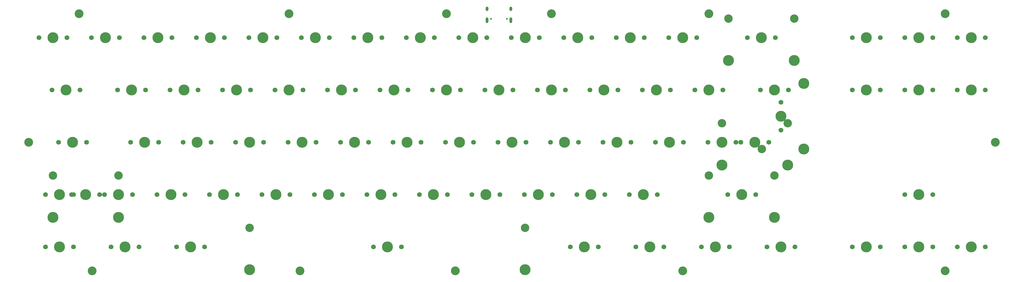
<source format=gts>
G04 #@! TF.GenerationSoftware,KiCad,Pcbnew,(6.0.2)*
G04 #@! TF.CreationDate,2022-02-28T22:18:09+01:00*
G04 #@! TF.ProjectId,Frooastboard Walnut,46726f6f-6173-4746-926f-617264205761,rev?*
G04 #@! TF.SameCoordinates,Original*
G04 #@! TF.FileFunction,Soldermask,Top*
G04 #@! TF.FilePolarity,Negative*
%FSLAX46Y46*%
G04 Gerber Fmt 4.6, Leading zero omitted, Abs format (unit mm)*
G04 Created by KiCad (PCBNEW (6.0.2)) date 2022-02-28 22:18:09*
%MOMM*%
%LPD*%
G01*
G04 APERTURE LIST*
%ADD10C,1.750000*%
%ADD11C,3.987800*%
%ADD12C,3.200000*%
%ADD13C,3.048000*%
%ADD14C,0.650000*%
%ADD15O,1.000000X1.600000*%
%ADD16O,1.000000X2.100000*%
G04 APERTURE END LIST*
D10*
X331311250Y-107156250D03*
X321151250Y-107156250D03*
D11*
X326231250Y-107156250D03*
D10*
X359251250Y-30956250D03*
X369411250Y-30956250D03*
D11*
X364331250Y-30956250D03*
D10*
X236061250Y-50006250D03*
X225901250Y-50006250D03*
D11*
X230981250Y-50006250D03*
D10*
X231298750Y-88106250D03*
D11*
X226218750Y-88106250D03*
D10*
X221138750Y-88106250D03*
D12*
X354806250Y-22225000D03*
D10*
X217011250Y-50006250D03*
D11*
X211931250Y-50006250D03*
D10*
X206851250Y-50006250D03*
D12*
X211931250Y-22225000D03*
D11*
X245268750Y-88106250D03*
D10*
X250348750Y-88106250D03*
X240188750Y-88106250D03*
X78898750Y-88106250D03*
D11*
X73818750Y-88106250D03*
D10*
X68738750Y-88106250D03*
D11*
X121443750Y-69056250D03*
D10*
X126523750Y-69056250D03*
X116363750Y-69056250D03*
D11*
X250031250Y-50006250D03*
D10*
X244951250Y-50006250D03*
X255111250Y-50006250D03*
X242570000Y-107156250D03*
X252730000Y-107156250D03*
D11*
X247650000Y-107156250D03*
D10*
X40798750Y-50006250D03*
D11*
X35718750Y-50006250D03*
D10*
X30638750Y-50006250D03*
D11*
X102400100Y-115411250D03*
X202399900Y-115411250D03*
D10*
X147320000Y-107156250D03*
X157480000Y-107156250D03*
D11*
X152400000Y-107156250D03*
D13*
X202399900Y-100171250D03*
X102400100Y-100171250D03*
D10*
X102711250Y-50006250D03*
X92551250Y-50006250D03*
D11*
X97631250Y-50006250D03*
D10*
X216376250Y-30956250D03*
X226536250Y-30956250D03*
D11*
X221456250Y-30956250D03*
X116681250Y-50006250D03*
D10*
X111601250Y-50006250D03*
X121761250Y-50006250D03*
D12*
X22225000Y-69056250D03*
D10*
X174148750Y-88106250D03*
X163988750Y-88106250D03*
D11*
X169068750Y-88106250D03*
D10*
X197326250Y-30956250D03*
X207486250Y-30956250D03*
D11*
X202406250Y-30956250D03*
X197643750Y-69056250D03*
D10*
X192563750Y-69056250D03*
X202723750Y-69056250D03*
X202088750Y-88106250D03*
X212248750Y-88106250D03*
D11*
X207168750Y-88106250D03*
D12*
X373062500Y-69056250D03*
D10*
X144938750Y-88106250D03*
X155098750Y-88106250D03*
D11*
X150018750Y-88106250D03*
X92868750Y-88106250D03*
D10*
X87788750Y-88106250D03*
X97948750Y-88106250D03*
X131286250Y-30956250D03*
D11*
X126206250Y-30956250D03*
D10*
X121126250Y-30956250D03*
D11*
X326231250Y-30956250D03*
D10*
X321151250Y-30956250D03*
X331311250Y-30956250D03*
D11*
X235743750Y-69056250D03*
D10*
X230663750Y-69056250D03*
X240823750Y-69056250D03*
D12*
X354806250Y-115887500D03*
X259556250Y-115887500D03*
D11*
X183356250Y-30956250D03*
D10*
X178276250Y-30956250D03*
X188436250Y-30956250D03*
X249713750Y-69056250D03*
D11*
X254793750Y-69056250D03*
D10*
X259873750Y-69056250D03*
X264001250Y-50006250D03*
X274161250Y-50006250D03*
D11*
X269081250Y-50006250D03*
D12*
X269081250Y-22225000D03*
D11*
X364331250Y-107156250D03*
D10*
X359251250Y-107156250D03*
X369411250Y-107156250D03*
D11*
X38100000Y-69056250D03*
D10*
X33020000Y-69056250D03*
X43180000Y-69056250D03*
D11*
X50006250Y-30956250D03*
D10*
X44926250Y-30956250D03*
X55086250Y-30956250D03*
X62230000Y-107156250D03*
D11*
X57150000Y-107156250D03*
D10*
X52070000Y-107156250D03*
D12*
X173831250Y-22225000D03*
D11*
X140493750Y-69056250D03*
D10*
X145573750Y-69056250D03*
X135413750Y-69056250D03*
X293211250Y-30956250D03*
D13*
X300037500Y-23971250D03*
X276225000Y-23971250D03*
D10*
X283051250Y-30956250D03*
D11*
X300037500Y-39211250D03*
X288131250Y-30956250D03*
X276225000Y-39211250D03*
D10*
X187801250Y-50006250D03*
D11*
X192881250Y-50006250D03*
D10*
X197961250Y-50006250D03*
X321151250Y-50006250D03*
X331311250Y-50006250D03*
D11*
X326231250Y-50006250D03*
D10*
X193198750Y-88106250D03*
D11*
X188118750Y-88106250D03*
D10*
X183038750Y-88106250D03*
X59213750Y-69056250D03*
D11*
X64293750Y-69056250D03*
D10*
X69373750Y-69056250D03*
X173513750Y-69056250D03*
D11*
X178593750Y-69056250D03*
D10*
X183673750Y-69056250D03*
D11*
X111918750Y-88106250D03*
D10*
X116998750Y-88106250D03*
X106838750Y-88106250D03*
D11*
X285750000Y-69056250D03*
X297656250Y-77311250D03*
X273843750Y-77311250D03*
D10*
X290830000Y-69056250D03*
D13*
X297656250Y-62071250D03*
X273843750Y-62071250D03*
D10*
X280670000Y-69056250D03*
D12*
X116681250Y-22225000D03*
D11*
X33337500Y-107156250D03*
D10*
X38417500Y-107156250D03*
X28257500Y-107156250D03*
X74136250Y-30956250D03*
D11*
X69056250Y-30956250D03*
D10*
X63976250Y-30956250D03*
X73501250Y-50006250D03*
D11*
X78581250Y-50006250D03*
D10*
X83661250Y-50006250D03*
D11*
X107156250Y-30956250D03*
D10*
X112236250Y-30956250D03*
X102076250Y-30956250D03*
D11*
X273843750Y-69056250D03*
D10*
X268763750Y-69056250D03*
X278923750Y-69056250D03*
D11*
X345281250Y-30956250D03*
D10*
X340201250Y-30956250D03*
X350361250Y-30956250D03*
X218757500Y-107156250D03*
X228917500Y-107156250D03*
D11*
X223837500Y-107156250D03*
D10*
X169386250Y-30956250D03*
X159226250Y-30956250D03*
D11*
X164306250Y-30956250D03*
D10*
X49688750Y-88106250D03*
D11*
X54768750Y-88106250D03*
D10*
X59848750Y-88106250D03*
D12*
X177006250Y-115887500D03*
D11*
X88106250Y-30956250D03*
D10*
X93186250Y-30956250D03*
X83026250Y-30956250D03*
X88423750Y-69056250D03*
X78263750Y-69056250D03*
D11*
X83343750Y-69056250D03*
D10*
X97313750Y-69056250D03*
X107473750Y-69056250D03*
D11*
X102393750Y-69056250D03*
X240506250Y-30956250D03*
D10*
X235426250Y-30956250D03*
X245586250Y-30956250D03*
D12*
X120650000Y-115887500D03*
D10*
X140176250Y-30956250D03*
D11*
X145256250Y-30956250D03*
D10*
X150336250Y-30956250D03*
D11*
X271462500Y-107156250D03*
D10*
X266382500Y-107156250D03*
X276542500Y-107156250D03*
D11*
X216693750Y-69056250D03*
D10*
X211613750Y-69056250D03*
X221773750Y-69056250D03*
X37782500Y-88106250D03*
D13*
X54768750Y-81121250D03*
D11*
X30956250Y-96361250D03*
X54768750Y-96361250D03*
D13*
X30956250Y-81121250D03*
D10*
X47942500Y-88106250D03*
D11*
X42862500Y-88106250D03*
D13*
X288290000Y-71469250D03*
D11*
X303530000Y-47593250D03*
X295275000Y-59531250D03*
X303530000Y-71469250D03*
D10*
X295275000Y-64611250D03*
X295275000Y-54451250D03*
X125888750Y-88106250D03*
X136048750Y-88106250D03*
D11*
X130968750Y-88106250D03*
D10*
X28257500Y-88106250D03*
X38417500Y-88106250D03*
D11*
X33337500Y-88106250D03*
D10*
X297973750Y-50006250D03*
D11*
X292893750Y-50006250D03*
D10*
X287813750Y-50006250D03*
X369411250Y-50006250D03*
X359251250Y-50006250D03*
D11*
X364331250Y-50006250D03*
D10*
X340201250Y-88106250D03*
X350361250Y-88106250D03*
D11*
X345281250Y-88106250D03*
D12*
X40481250Y-22225000D03*
D11*
X173831250Y-50006250D03*
D10*
X168751250Y-50006250D03*
X178911250Y-50006250D03*
X54451250Y-50006250D03*
D11*
X59531250Y-50006250D03*
D10*
X64611250Y-50006250D03*
X350361250Y-50006250D03*
X340201250Y-50006250D03*
D11*
X345281250Y-50006250D03*
D12*
X45243750Y-115887500D03*
D11*
X295275000Y-107156250D03*
D10*
X300355000Y-107156250D03*
X290195000Y-107156250D03*
X154463750Y-69056250D03*
D11*
X159543750Y-69056250D03*
D10*
X164623750Y-69056250D03*
D11*
X154781250Y-50006250D03*
D10*
X159861250Y-50006250D03*
X149701250Y-50006250D03*
X350361250Y-107156250D03*
X340201250Y-107156250D03*
D11*
X345281250Y-107156250D03*
X30956250Y-30956250D03*
D10*
X36036250Y-30956250D03*
X25876250Y-30956250D03*
X75882500Y-107156250D03*
X86042500Y-107156250D03*
D11*
X80962500Y-107156250D03*
D10*
X264636250Y-30956250D03*
D11*
X259556250Y-30956250D03*
D10*
X254476250Y-30956250D03*
D11*
X280987500Y-88106250D03*
D13*
X269081250Y-81121250D03*
D10*
X286067500Y-88106250D03*
X275907500Y-88106250D03*
D13*
X292893750Y-81121250D03*
D11*
X292893750Y-96361250D03*
X269081250Y-96361250D03*
D10*
X140811250Y-50006250D03*
D11*
X135731250Y-50006250D03*
D10*
X130651250Y-50006250D03*
D14*
X195771250Y-24076250D03*
X189991250Y-24076250D03*
D15*
X197201250Y-20426250D03*
X188561250Y-20426250D03*
D16*
X197201250Y-24606250D03*
X188561250Y-24606250D03*
M02*

</source>
